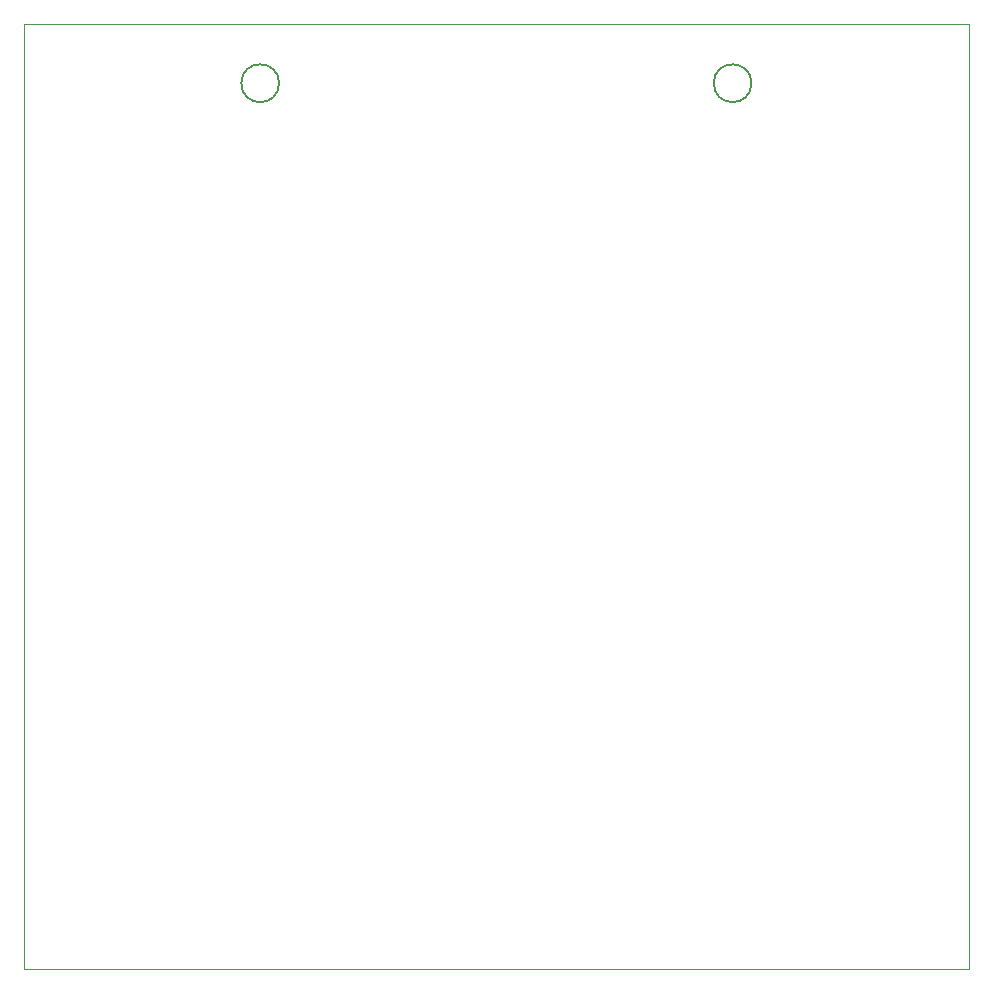
<source format=gbr>
%TF.GenerationSoftware,KiCad,Pcbnew,7.0.5*%
%TF.CreationDate,2024-03-07T15:26:59+01:00*%
%TF.ProjectId,g4_doorbell_module,67345f64-6f6f-4726-9265-6c6c5f6d6f64,rev?*%
%TF.SameCoordinates,Original*%
%TF.FileFunction,Profile,NP*%
%FSLAX46Y46*%
G04 Gerber Fmt 4.6, Leading zero omitted, Abs format (unit mm)*
G04 Created by KiCad (PCBNEW 7.0.5) date 2024-03-07 15:26:59*
%MOMM*%
%LPD*%
G01*
G04 APERTURE LIST*
%TA.AperFunction,Profile*%
%ADD10C,0.050000*%
%TD*%
%TA.AperFunction,Profile*%
%ADD11C,0.150000*%
%TD*%
G04 APERTURE END LIST*
D10*
X0Y-80000000D02*
X0Y0D01*
X80000000Y0D02*
X80000000Y-80000000D01*
D11*
X21600000Y-5000000D02*
G75*
G03*
X21600000Y-5000000I-1600000J0D01*
G01*
X61600000Y-5000000D02*
G75*
G03*
X61600000Y-5000000I-1600000J0D01*
G01*
D10*
X0Y0D02*
X80000000Y0D01*
X80000000Y-80000000D02*
X0Y-80000000D01*
M02*

</source>
